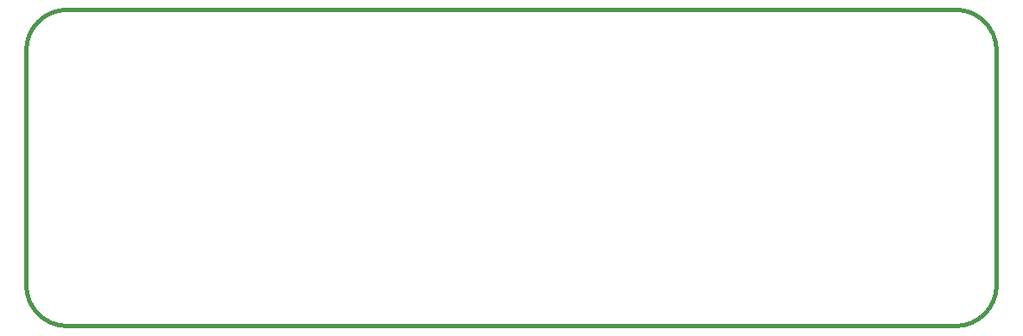
<source format=gbr>
G04 #@! TF.FileFunction,Profile,NP*
%FSLAX46Y46*%
G04 Gerber Fmt 4.6, Leading zero omitted, Abs format (unit mm)*
G04 Created by KiCad (PCBNEW (after 2015-mar-04 BZR unknown)-product) date 6/5/2017 4:21:03 PM*
%MOMM*%
G01*
G04 APERTURE LIST*
%ADD10C,0.150000*%
%ADD11C,0.381000*%
G04 APERTURE END LIST*
D10*
D11*
X95000000Y-4000000D02*
X95000000Y-27000000D01*
X0Y-27000000D02*
X0Y-4000000D01*
X91000000Y-31000000D02*
X4000000Y-31000000D01*
X4000000Y0D02*
X91000000Y0D01*
X91000000Y-31000000D02*
G75*
G03X95000000Y-27000000I0J4000000D01*
G01*
X95000000Y-4000000D02*
G75*
G03X91000000Y0I-4000000J0D01*
G01*
X4000000Y0D02*
G75*
G03X0Y-4000000I0J-4000000D01*
G01*
X0Y-27000000D02*
G75*
G03X4000000Y-31000000I4000000J0D01*
G01*
M02*

</source>
